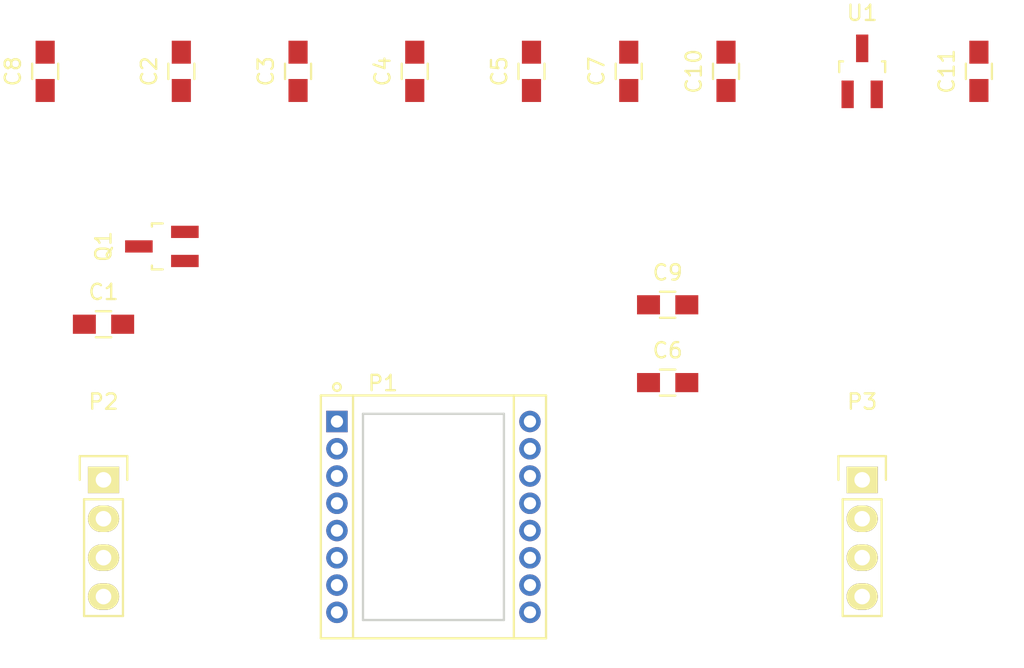
<source format=kicad_pcb>
(kicad_pcb (version 4) (host pcbnew 4.0.3-stable)

  (general
    (links 39)
    (no_connects 39)
    (area 92.175 81.575 159.385 125.545)
    (thickness 1.6)
    (drawings 0)
    (tracks 0)
    (zones 0)
    (modules 16)
    (nets 14)
  )

  (page A4)
  (layers
    (0 F.Cu signal)
    (31 B.Cu signal)
    (32 B.Adhes user)
    (33 F.Adhes user)
    (34 B.Paste user)
    (35 F.Paste user)
    (36 B.SilkS user)
    (37 F.SilkS user)
    (38 B.Mask user)
    (39 F.Mask user)
    (40 Dwgs.User user)
    (41 Cmts.User user)
    (42 Eco1.User user)
    (43 Eco2.User user)
    (44 Edge.Cuts user)
    (45 Margin user)
    (46 B.CrtYd user)
    (47 F.CrtYd user)
    (48 B.Fab user)
    (49 F.Fab user)
  )

  (setup
    (last_trace_width 0.25)
    (trace_clearance 0.2)
    (zone_clearance 0.508)
    (zone_45_only no)
    (trace_min 0.2)
    (segment_width 0.2)
    (edge_width 0.15)
    (via_size 0.6)
    (via_drill 0.4)
    (via_min_size 0.4)
    (via_min_drill 0.3)
    (uvia_size 0.3)
    (uvia_drill 0.1)
    (uvias_allowed no)
    (uvia_min_size 0.2)
    (uvia_min_drill 0.1)
    (pcb_text_width 0.3)
    (pcb_text_size 1.5 1.5)
    (mod_edge_width 0.15)
    (mod_text_size 1 1)
    (mod_text_width 0.15)
    (pad_size 1.524 1.524)
    (pad_drill 0.762)
    (pad_to_mask_clearance 0.2)
    (aux_axis_origin 0 0)
    (visible_elements 7FFFFFFF)
    (pcbplotparams
      (layerselection 0x00030_80000001)
      (usegerberextensions false)
      (excludeedgelayer true)
      (linewidth 0.100000)
      (plotframeref false)
      (viasonmask false)
      (mode 1)
      (useauxorigin false)
      (hpglpennumber 1)
      (hpglpenspeed 20)
      (hpglpendiameter 15)
      (hpglpenoverlay 2)
      (psnegative false)
      (psa4output false)
      (plotreference true)
      (plotvalue true)
      (plotinvisibletext false)
      (padsonsilk false)
      (subtractmaskfromsilk false)
      (outputformat 1)
      (mirror false)
      (drillshape 1)
      (scaleselection 1)
      (outputdirectory ""))
  )

  (net 0 "")
  (net 1 "Net-(C1-Pad1)")
  (net 2 "Net-(C1-Pad2)")
  (net 3 VREG)
  (net 4 AGND)
  (net 5 REFA)
  (net 6 DGND)
  (net 7 VIN)
  (net 8 LSR_NEN)
  (net 9 SS)
  (net 10 MISO)
  (net 11 SCLK)
  (net 12 MOSI)
  (net 13 MOTION)

  (net_class Default "This is the default net class."
    (clearance 0.2)
    (trace_width 0.25)
    (via_dia 0.6)
    (via_drill 0.4)
    (uvia_dia 0.3)
    (uvia_drill 0.1)
    (add_net AGND)
    (add_net DGND)
    (add_net LSR_NEN)
    (add_net MISO)
    (add_net MOSI)
    (add_net MOTION)
    (add_net "Net-(C1-Pad1)")
    (add_net "Net-(C1-Pad2)")
    (add_net REFA)
    (add_net SCLK)
    (add_net SS)
    (add_net VIN)
    (add_net VREG)
  )

  (module Capacitors_SMD:C_0805_HandSoldering (layer F.Cu) (tedit 541A9B8D) (tstamp 57BC5F87)
    (at 99.06 102.87)
    (descr "Capacitor SMD 0805, hand soldering")
    (tags "capacitor 0805")
    (path /57BC32B9)
    (attr smd)
    (fp_text reference C1 (at 0 -2.1) (layer F.SilkS)
      (effects (font (size 1 1) (thickness 0.15)))
    )
    (fp_text value 470pF (at 0 2.1) (layer F.Fab)
      (effects (font (size 1 1) (thickness 0.15)))
    )
    (fp_line (start -2.3 -1) (end 2.3 -1) (layer F.CrtYd) (width 0.05))
    (fp_line (start -2.3 1) (end 2.3 1) (layer F.CrtYd) (width 0.05))
    (fp_line (start -2.3 -1) (end -2.3 1) (layer F.CrtYd) (width 0.05))
    (fp_line (start 2.3 -1) (end 2.3 1) (layer F.CrtYd) (width 0.05))
    (fp_line (start 0.5 -0.85) (end -0.5 -0.85) (layer F.SilkS) (width 0.15))
    (fp_line (start -0.5 0.85) (end 0.5 0.85) (layer F.SilkS) (width 0.15))
    (pad 1 smd rect (at -1.25 0) (size 1.5 1.25) (layers F.Cu F.Paste F.Mask)
      (net 1 "Net-(C1-Pad1)"))
    (pad 2 smd rect (at 1.25 0) (size 1.5 1.25) (layers F.Cu F.Paste F.Mask)
      (net 2 "Net-(C1-Pad2)"))
    (model Capacitors_SMD.3dshapes/C_0805_HandSoldering.wrl
      (at (xyz 0 0 0))
      (scale (xyz 1 1 1))
      (rotate (xyz 0 0 0))
    )
  )

  (module Capacitors_SMD:C_0805_HandSoldering (layer F.Cu) (tedit 541A9B8D) (tstamp 57BC5F8D)
    (at 104.14 86.36 90)
    (descr "Capacitor SMD 0805, hand soldering")
    (tags "capacitor 0805")
    (path /57BC3F7C)
    (attr smd)
    (fp_text reference C2 (at 0 -2.1 90) (layer F.SilkS)
      (effects (font (size 1 1) (thickness 0.15)))
    )
    (fp_text value 0.1uF (at 0 2.1 90) (layer F.Fab)
      (effects (font (size 1 1) (thickness 0.15)))
    )
    (fp_line (start -2.3 -1) (end 2.3 -1) (layer F.CrtYd) (width 0.05))
    (fp_line (start -2.3 1) (end 2.3 1) (layer F.CrtYd) (width 0.05))
    (fp_line (start -2.3 -1) (end -2.3 1) (layer F.CrtYd) (width 0.05))
    (fp_line (start 2.3 -1) (end 2.3 1) (layer F.CrtYd) (width 0.05))
    (fp_line (start 0.5 -0.85) (end -0.5 -0.85) (layer F.SilkS) (width 0.15))
    (fp_line (start -0.5 0.85) (end 0.5 0.85) (layer F.SilkS) (width 0.15))
    (pad 1 smd rect (at -1.25 0 90) (size 1.5 1.25) (layers F.Cu F.Paste F.Mask)
      (net 3 VREG))
    (pad 2 smd rect (at 1.25 0 90) (size 1.5 1.25) (layers F.Cu F.Paste F.Mask)
      (net 4 AGND))
    (model Capacitors_SMD.3dshapes/C_0805_HandSoldering.wrl
      (at (xyz 0 0 0))
      (scale (xyz 1 1 1))
      (rotate (xyz 0 0 0))
    )
  )

  (module Capacitors_SMD:C_0805_HandSoldering (layer F.Cu) (tedit 541A9B8D) (tstamp 57BC5F93)
    (at 111.76 86.36 90)
    (descr "Capacitor SMD 0805, hand soldering")
    (tags "capacitor 0805")
    (path /57BC3FBD)
    (attr smd)
    (fp_text reference C3 (at 0 -2.1 90) (layer F.SilkS)
      (effects (font (size 1 1) (thickness 0.15)))
    )
    (fp_text value 1uF (at 0 2.1 90) (layer F.Fab)
      (effects (font (size 1 1) (thickness 0.15)))
    )
    (fp_line (start -2.3 -1) (end 2.3 -1) (layer F.CrtYd) (width 0.05))
    (fp_line (start -2.3 1) (end 2.3 1) (layer F.CrtYd) (width 0.05))
    (fp_line (start -2.3 -1) (end -2.3 1) (layer F.CrtYd) (width 0.05))
    (fp_line (start 2.3 -1) (end 2.3 1) (layer F.CrtYd) (width 0.05))
    (fp_line (start 0.5 -0.85) (end -0.5 -0.85) (layer F.SilkS) (width 0.15))
    (fp_line (start -0.5 0.85) (end 0.5 0.85) (layer F.SilkS) (width 0.15))
    (pad 1 smd rect (at -1.25 0 90) (size 1.5 1.25) (layers F.Cu F.Paste F.Mask)
      (net 3 VREG))
    (pad 2 smd rect (at 1.25 0 90) (size 1.5 1.25) (layers F.Cu F.Paste F.Mask)
      (net 4 AGND))
    (model Capacitors_SMD.3dshapes/C_0805_HandSoldering.wrl
      (at (xyz 0 0 0))
      (scale (xyz 1 1 1))
      (rotate (xyz 0 0 0))
    )
  )

  (module Capacitors_SMD:C_0805_HandSoldering (layer F.Cu) (tedit 541A9B8D) (tstamp 57BC5F99)
    (at 119.38 86.36 90)
    (descr "Capacitor SMD 0805, hand soldering")
    (tags "capacitor 0805")
    (path /57BC5617)
    (attr smd)
    (fp_text reference C4 (at 0 -2.1 90) (layer F.SilkS)
      (effects (font (size 1 1) (thickness 0.15)))
    )
    (fp_text value 10uF (at 0 2.1 90) (layer F.Fab)
      (effects (font (size 1 1) (thickness 0.15)))
    )
    (fp_line (start -2.3 -1) (end 2.3 -1) (layer F.CrtYd) (width 0.05))
    (fp_line (start -2.3 1) (end 2.3 1) (layer F.CrtYd) (width 0.05))
    (fp_line (start -2.3 -1) (end -2.3 1) (layer F.CrtYd) (width 0.05))
    (fp_line (start 2.3 -1) (end 2.3 1) (layer F.CrtYd) (width 0.05))
    (fp_line (start 0.5 -0.85) (end -0.5 -0.85) (layer F.SilkS) (width 0.15))
    (fp_line (start -0.5 0.85) (end 0.5 0.85) (layer F.SilkS) (width 0.15))
    (pad 1 smd rect (at -1.25 0 90) (size 1.5 1.25) (layers F.Cu F.Paste F.Mask)
      (net 3 VREG))
    (pad 2 smd rect (at 1.25 0 90) (size 1.5 1.25) (layers F.Cu F.Paste F.Mask)
      (net 4 AGND))
    (model Capacitors_SMD.3dshapes/C_0805_HandSoldering.wrl
      (at (xyz 0 0 0))
      (scale (xyz 1 1 1))
      (rotate (xyz 0 0 0))
    )
  )

  (module Capacitors_SMD:C_0805_HandSoldering (layer F.Cu) (tedit 541A9B8D) (tstamp 57BC5F9F)
    (at 127 86.36 90)
    (descr "Capacitor SMD 0805, hand soldering")
    (tags "capacitor 0805")
    (path /57BC4F59)
    (attr smd)
    (fp_text reference C5 (at 0 -2.1 90) (layer F.SilkS)
      (effects (font (size 1 1) (thickness 0.15)))
    )
    (fp_text value 0.1uF (at 0 2.1 90) (layer F.Fab)
      (effects (font (size 1 1) (thickness 0.15)))
    )
    (fp_line (start -2.3 -1) (end 2.3 -1) (layer F.CrtYd) (width 0.05))
    (fp_line (start -2.3 1) (end 2.3 1) (layer F.CrtYd) (width 0.05))
    (fp_line (start -2.3 -1) (end -2.3 1) (layer F.CrtYd) (width 0.05))
    (fp_line (start 2.3 -1) (end 2.3 1) (layer F.CrtYd) (width 0.05))
    (fp_line (start 0.5 -0.85) (end -0.5 -0.85) (layer F.SilkS) (width 0.15))
    (fp_line (start -0.5 0.85) (end 0.5 0.85) (layer F.SilkS) (width 0.15))
    (pad 1 smd rect (at -1.25 0 90) (size 1.5 1.25) (layers F.Cu F.Paste F.Mask)
      (net 3 VREG))
    (pad 2 smd rect (at 1.25 0 90) (size 1.5 1.25) (layers F.Cu F.Paste F.Mask)
      (net 4 AGND))
    (model Capacitors_SMD.3dshapes/C_0805_HandSoldering.wrl
      (at (xyz 0 0 0))
      (scale (xyz 1 1 1))
      (rotate (xyz 0 0 0))
    )
  )

  (module Capacitors_SMD:C_0805_HandSoldering (layer F.Cu) (tedit 541A9B8D) (tstamp 57BC5FA5)
    (at 135.89 106.68)
    (descr "Capacitor SMD 0805, hand soldering")
    (tags "capacitor 0805")
    (path /57BC6261)
    (attr smd)
    (fp_text reference C6 (at 0 -2.1) (layer F.SilkS)
      (effects (font (size 1 1) (thickness 0.15)))
    )
    (fp_text value 0.1uF (at 0 2.1) (layer F.Fab)
      (effects (font (size 1 1) (thickness 0.15)))
    )
    (fp_line (start -2.3 -1) (end 2.3 -1) (layer F.CrtYd) (width 0.05))
    (fp_line (start -2.3 1) (end 2.3 1) (layer F.CrtYd) (width 0.05))
    (fp_line (start -2.3 -1) (end -2.3 1) (layer F.CrtYd) (width 0.05))
    (fp_line (start 2.3 -1) (end 2.3 1) (layer F.CrtYd) (width 0.05))
    (fp_line (start 0.5 -0.85) (end -0.5 -0.85) (layer F.SilkS) (width 0.15))
    (fp_line (start -0.5 0.85) (end 0.5 0.85) (layer F.SilkS) (width 0.15))
    (pad 1 smd rect (at -1.25 0) (size 1.5 1.25) (layers F.Cu F.Paste F.Mask)
      (net 5 REFA))
    (pad 2 smd rect (at 1.25 0) (size 1.5 1.25) (layers F.Cu F.Paste F.Mask)
      (net 6 DGND))
    (model Capacitors_SMD.3dshapes/C_0805_HandSoldering.wrl
      (at (xyz 0 0 0))
      (scale (xyz 1 1 1))
      (rotate (xyz 0 0 0))
    )
  )

  (module Capacitors_SMD:C_0805_HandSoldering (layer F.Cu) (tedit 541A9B8D) (tstamp 57BC5FAB)
    (at 133.35 86.36 90)
    (descr "Capacitor SMD 0805, hand soldering")
    (tags "capacitor 0805")
    (path /57BC545F)
    (attr smd)
    (fp_text reference C7 (at 0 -2.1 90) (layer F.SilkS)
      (effects (font (size 1 1) (thickness 0.15)))
    )
    (fp_text value 0.1uF (at 0 2.1 90) (layer F.Fab)
      (effects (font (size 1 1) (thickness 0.15)))
    )
    (fp_line (start -2.3 -1) (end 2.3 -1) (layer F.CrtYd) (width 0.05))
    (fp_line (start -2.3 1) (end 2.3 1) (layer F.CrtYd) (width 0.05))
    (fp_line (start -2.3 -1) (end -2.3 1) (layer F.CrtYd) (width 0.05))
    (fp_line (start 2.3 -1) (end 2.3 1) (layer F.CrtYd) (width 0.05))
    (fp_line (start 0.5 -0.85) (end -0.5 -0.85) (layer F.SilkS) (width 0.15))
    (fp_line (start -0.5 0.85) (end 0.5 0.85) (layer F.SilkS) (width 0.15))
    (pad 1 smd rect (at -1.25 0 90) (size 1.5 1.25) (layers F.Cu F.Paste F.Mask)
      (net 3 VREG))
    (pad 2 smd rect (at 1.25 0 90) (size 1.5 1.25) (layers F.Cu F.Paste F.Mask)
      (net 4 AGND))
    (model Capacitors_SMD.3dshapes/C_0805_HandSoldering.wrl
      (at (xyz 0 0 0))
      (scale (xyz 1 1 1))
      (rotate (xyz 0 0 0))
    )
  )

  (module Capacitors_SMD:C_0805_HandSoldering (layer F.Cu) (tedit 541A9B8D) (tstamp 57BC5FB1)
    (at 95.25 86.36 90)
    (descr "Capacitor SMD 0805, hand soldering")
    (tags "capacitor 0805")
    (path /57BC4FF1)
    (attr smd)
    (fp_text reference C8 (at 0 -2.1 90) (layer F.SilkS)
      (effects (font (size 1 1) (thickness 0.15)))
    )
    (fp_text value 3.3uF (at 0 2.1 90) (layer F.Fab)
      (effects (font (size 1 1) (thickness 0.15)))
    )
    (fp_line (start -2.3 -1) (end 2.3 -1) (layer F.CrtYd) (width 0.05))
    (fp_line (start -2.3 1) (end 2.3 1) (layer F.CrtYd) (width 0.05))
    (fp_line (start -2.3 -1) (end -2.3 1) (layer F.CrtYd) (width 0.05))
    (fp_line (start 2.3 -1) (end 2.3 1) (layer F.CrtYd) (width 0.05))
    (fp_line (start 0.5 -0.85) (end -0.5 -0.85) (layer F.SilkS) (width 0.15))
    (fp_line (start -0.5 0.85) (end 0.5 0.85) (layer F.SilkS) (width 0.15))
    (pad 1 smd rect (at -1.25 0 90) (size 1.5 1.25) (layers F.Cu F.Paste F.Mask)
      (net 3 VREG))
    (pad 2 smd rect (at 1.25 0 90) (size 1.5 1.25) (layers F.Cu F.Paste F.Mask)
      (net 4 AGND))
    (model Capacitors_SMD.3dshapes/C_0805_HandSoldering.wrl
      (at (xyz 0 0 0))
      (scale (xyz 1 1 1))
      (rotate (xyz 0 0 0))
    )
  )

  (module Capacitors_SMD:C_0805_HandSoldering (layer F.Cu) (tedit 541A9B8D) (tstamp 57BC5FB7)
    (at 135.89 101.6)
    (descr "Capacitor SMD 0805, hand soldering")
    (tags "capacitor 0805")
    (path /57BC61DB)
    (attr smd)
    (fp_text reference C9 (at 0 -2.1) (layer F.SilkS)
      (effects (font (size 1 1) (thickness 0.15)))
    )
    (fp_text value 10uF (at 0 2.1) (layer F.Fab)
      (effects (font (size 1 1) (thickness 0.15)))
    )
    (fp_line (start -2.3 -1) (end 2.3 -1) (layer F.CrtYd) (width 0.05))
    (fp_line (start -2.3 1) (end 2.3 1) (layer F.CrtYd) (width 0.05))
    (fp_line (start -2.3 -1) (end -2.3 1) (layer F.CrtYd) (width 0.05))
    (fp_line (start 2.3 -1) (end 2.3 1) (layer F.CrtYd) (width 0.05))
    (fp_line (start 0.5 -0.85) (end -0.5 -0.85) (layer F.SilkS) (width 0.15))
    (fp_line (start -0.5 0.85) (end 0.5 0.85) (layer F.SilkS) (width 0.15))
    (pad 1 smd rect (at -1.25 0) (size 1.5 1.25) (layers F.Cu F.Paste F.Mask)
      (net 5 REFA))
    (pad 2 smd rect (at 1.25 0) (size 1.5 1.25) (layers F.Cu F.Paste F.Mask)
      (net 6 DGND))
    (model Capacitors_SMD.3dshapes/C_0805_HandSoldering.wrl
      (at (xyz 0 0 0))
      (scale (xyz 1 1 1))
      (rotate (xyz 0 0 0))
    )
  )

  (module Capacitors_SMD:C_0805_HandSoldering (layer F.Cu) (tedit 541A9B8D) (tstamp 57BC5FBD)
    (at 139.7 86.36 90)
    (descr "Capacitor SMD 0805, hand soldering")
    (tags "capacitor 0805")
    (path /57BC747B)
    (attr smd)
    (fp_text reference C10 (at 0 -2.1 90) (layer F.SilkS)
      (effects (font (size 1 1) (thickness 0.15)))
    )
    (fp_text value 1uF (at 0 2.1 90) (layer F.Fab)
      (effects (font (size 1 1) (thickness 0.15)))
    )
    (fp_line (start -2.3 -1) (end 2.3 -1) (layer F.CrtYd) (width 0.05))
    (fp_line (start -2.3 1) (end 2.3 1) (layer F.CrtYd) (width 0.05))
    (fp_line (start -2.3 -1) (end -2.3 1) (layer F.CrtYd) (width 0.05))
    (fp_line (start 2.3 -1) (end 2.3 1) (layer F.CrtYd) (width 0.05))
    (fp_line (start 0.5 -0.85) (end -0.5 -0.85) (layer F.SilkS) (width 0.15))
    (fp_line (start -0.5 0.85) (end 0.5 0.85) (layer F.SilkS) (width 0.15))
    (pad 1 smd rect (at -1.25 0 90) (size 1.5 1.25) (layers F.Cu F.Paste F.Mask)
      (net 3 VREG))
    (pad 2 smd rect (at 1.25 0 90) (size 1.5 1.25) (layers F.Cu F.Paste F.Mask)
      (net 4 AGND))
    (model Capacitors_SMD.3dshapes/C_0805_HandSoldering.wrl
      (at (xyz 0 0 0))
      (scale (xyz 1 1 1))
      (rotate (xyz 0 0 0))
    )
  )

  (module Capacitors_SMD:C_0805_HandSoldering (layer F.Cu) (tedit 541A9B8D) (tstamp 57BC5FC3)
    (at 156.21 86.36 90)
    (descr "Capacitor SMD 0805, hand soldering")
    (tags "capacitor 0805")
    (path /57BC73C0)
    (attr smd)
    (fp_text reference C11 (at 0 -2.1 90) (layer F.SilkS)
      (effects (font (size 1 1) (thickness 0.15)))
    )
    (fp_text value 1uF (at 0 2.1 90) (layer F.Fab)
      (effects (font (size 1 1) (thickness 0.15)))
    )
    (fp_line (start -2.3 -1) (end 2.3 -1) (layer F.CrtYd) (width 0.05))
    (fp_line (start -2.3 1) (end 2.3 1) (layer F.CrtYd) (width 0.05))
    (fp_line (start -2.3 -1) (end -2.3 1) (layer F.CrtYd) (width 0.05))
    (fp_line (start 2.3 -1) (end 2.3 1) (layer F.CrtYd) (width 0.05))
    (fp_line (start 0.5 -0.85) (end -0.5 -0.85) (layer F.SilkS) (width 0.15))
    (fp_line (start -0.5 0.85) (end 0.5 0.85) (layer F.SilkS) (width 0.15))
    (pad 1 smd rect (at -1.25 0 90) (size 1.5 1.25) (layers F.Cu F.Paste F.Mask)
      (net 7 VIN))
    (pad 2 smd rect (at 1.25 0 90) (size 1.5 1.25) (layers F.Cu F.Paste F.Mask)
      (net 4 AGND))
    (model Capacitors_SMD.3dshapes/C_0805_HandSoldering.wrl
      (at (xyz 0 0 0))
      (scale (xyz 1 1 1))
      (rotate (xyz 0 0 0))
    )
  )

  (module Opto-Devices:Mousesensor_ADNS-9800 (layer F.Cu) (tedit 57BAFC79) (tstamp 57BC5FD7)
    (at 114.3 109.22)
    (descr "Laser Gaming Sensor ADNS-9800")
    (tags "MOUSE MOUSE_SENSOR LASER_GAMING_SENSOR")
    (path /57BC2F5A)
    (fp_text reference P1 (at 3 -2.5 180) (layer F.SilkS)
      (effects (font (size 1 1) (thickness 0.15)))
    )
    (fp_text value DIL16 (at 6.5 15.25) (layer F.Fab)
      (effects (font (size 1 1) (thickness 0.15)))
    )
    (fp_line (start -1.05 14.15) (end -1.05 -1.7) (layer F.SilkS) (width 0.15))
    (fp_line (start 13.65 14.15) (end -1.05 14.15) (layer F.SilkS) (width 0.15))
    (fp_line (start 13.65 -1.7) (end 13.65 14.15) (layer F.SilkS) (width 0.15))
    (fp_line (start -1.05 -1.7) (end 13.65 -1.7) (layer F.SilkS) (width 0.15))
    (fp_circle (center 0 -2.25) (end 0 -2) (layer F.SilkS) (width 0.15))
    (fp_line (start 11.55 -1.7) (end 11.55 14.15) (layer F.SilkS) (width 0.15))
    (fp_line (start 1.05 -1.7) (end 1.05 14.15) (layer F.SilkS) (width 0.15))
    (fp_line (start -1.3 14.4) (end -1.3 -1.95) (layer F.CrtYd) (width 0.05))
    (fp_line (start -1.3 -1.95) (end 13.9 -1.95) (layer F.CrtYd) (width 0.05))
    (fp_line (start 13.9 -1.95) (end 13.9 14.4) (layer F.CrtYd) (width 0.05))
    (fp_line (start 13.9 14.4) (end -1.3 14.4) (layer F.CrtYd) (width 0.05))
    (fp_text user "Optical Center" (at 6.25 6.25 180) (layer Cmts.User)
      (effects (font (size 0.5 0.5) (thickness 0.1)))
    )
    (fp_line (start 13.5 14.03) (end -0.9 14.03) (layer F.Fab) (width 0.15))
    (fp_line (start 13.5 -1.57) (end 13.5 14.03) (layer F.Fab) (width 0.15))
    (fp_line (start -0.9 -1.57) (end 13.5 -1.57) (layer F.Fab) (width 0.15))
    (fp_line (start -0.9 14.03) (end -0.9 -1.57) (layer F.Fab) (width 0.15))
    (fp_circle (center 6.3 5.02) (end 6 5) (layer Dwgs.User) (width 0.15))
    (fp_line (start 10.9 12.96) (end 1.7 12.96) (layer Edge.Cuts) (width 0.15))
    (fp_line (start 10.9 -0.5) (end 10.9 12.96) (layer Edge.Cuts) (width 0.15))
    (fp_line (start 1.7 -0.5) (end 10.9 -0.5) (layer Edge.Cuts) (width 0.15))
    (fp_line (start 1.7 12.96) (end 1.7 -0.5) (layer Edge.Cuts) (width 0.15))
    (pad 1 thru_hole rect (at 0 0) (size 1.4 1.4) (drill 0.8) (layers *.Cu *.Mask)
      (net 2 "Net-(C1-Pad2)"))
    (pad 2 thru_hole circle (at 0 1.78) (size 1.4 1.4) (drill 0.8) (layers *.Cu *.Mask)
      (net 8 LSR_NEN))
    (pad 3 thru_hole circle (at 0 3.56) (size 1.4 1.4) (drill 0.8) (layers *.Cu *.Mask)
      (net 9 SS))
    (pad 4 thru_hole circle (at 0 5.34) (size 1.4 1.4) (drill 0.8) (layers *.Cu *.Mask)
      (net 10 MISO))
    (pad 5 thru_hole circle (at 0 7.12) (size 1.4 1.4) (drill 0.8) (layers *.Cu *.Mask)
      (net 11 SCLK))
    (pad 6 thru_hole circle (at 0 8.9) (size 1.4 1.4) (drill 0.8) (layers *.Cu *.Mask)
      (net 12 MOSI))
    (pad 7 thru_hole circle (at 0 10.68) (size 1.4 1.4) (drill 0.8) (layers *.Cu *.Mask)
      (net 13 MOTION))
    (pad 8 thru_hole circle (at 0 12.46) (size 1.4 1.4) (drill 0.8) (layers *.Cu *.Mask)
      (net 1 "Net-(C1-Pad1)"))
    (pad 9 thru_hole circle (at 12.6 12.46) (size 1.4 1.4) (drill 0.8) (layers *.Cu *.Mask)
      (net 3 VREG))
    (pad 10 thru_hole circle (at 12.6 10.68) (size 1.4 1.4) (drill 0.8) (layers *.Cu *.Mask)
      (net 3 VREG))
    (pad 11 thru_hole circle (at 12.6 8.9) (size 1.4 1.4) (drill 0.8) (layers *.Cu *.Mask)
      (net 4 AGND))
    (pad 12 thru_hole circle (at 12.6 7.12) (size 1.4 1.4) (drill 0.8) (layers *.Cu *.Mask)
      (net 3 VREG))
    (pad 13 thru_hole circle (at 12.6 5.34) (size 1.4 1.4) (drill 0.8) (layers *.Cu *.Mask)
      (net 5 REFA))
    (pad 14 thru_hole circle (at 12.6 3.56) (size 1.4 1.4) (drill 0.8) (layers *.Cu *.Mask)
      (net 6 DGND))
    (pad 15 thru_hole circle (at 12.6 1.78) (size 1.4 1.4) (drill 0.8) (layers *.Cu *.Mask)
      (net 3 VREG))
    (pad 16 thru_hole circle (at 12.6 0) (size 1.4 1.4) (drill 0.8) (layers *.Cu *.Mask)
      (net 1 "Net-(C1-Pad1)"))
  )

  (module Pin_Headers:Pin_Header_Straight_1x04 (layer F.Cu) (tedit 0) (tstamp 57BC5FDF)
    (at 99.06 113.03)
    (descr "Through hole pin header")
    (tags "pin header")
    (path /57BC2D90)
    (fp_text reference P2 (at 0 -5.1) (layer F.SilkS)
      (effects (font (size 1 1) (thickness 0.15)))
    )
    (fp_text value CONN_4_L (at 0 -3.1) (layer F.Fab)
      (effects (font (size 1 1) (thickness 0.15)))
    )
    (fp_line (start -1.75 -1.75) (end -1.75 9.4) (layer F.CrtYd) (width 0.05))
    (fp_line (start 1.75 -1.75) (end 1.75 9.4) (layer F.CrtYd) (width 0.05))
    (fp_line (start -1.75 -1.75) (end 1.75 -1.75) (layer F.CrtYd) (width 0.05))
    (fp_line (start -1.75 9.4) (end 1.75 9.4) (layer F.CrtYd) (width 0.05))
    (fp_line (start -1.27 1.27) (end -1.27 8.89) (layer F.SilkS) (width 0.15))
    (fp_line (start 1.27 1.27) (end 1.27 8.89) (layer F.SilkS) (width 0.15))
    (fp_line (start 1.55 -1.55) (end 1.55 0) (layer F.SilkS) (width 0.15))
    (fp_line (start -1.27 8.89) (end 1.27 8.89) (layer F.SilkS) (width 0.15))
    (fp_line (start 1.27 1.27) (end -1.27 1.27) (layer F.SilkS) (width 0.15))
    (fp_line (start -1.55 0) (end -1.55 -1.55) (layer F.SilkS) (width 0.15))
    (fp_line (start -1.55 -1.55) (end 1.55 -1.55) (layer F.SilkS) (width 0.15))
    (pad 1 thru_hole rect (at 0 0) (size 2.032 1.7272) (drill 1.016) (layers *.Cu *.Mask F.SilkS)
      (net 9 SS))
    (pad 2 thru_hole oval (at 0 2.54) (size 2.032 1.7272) (drill 1.016) (layers *.Cu *.Mask F.SilkS)
      (net 10 MISO))
    (pad 3 thru_hole oval (at 0 5.08) (size 2.032 1.7272) (drill 1.016) (layers *.Cu *.Mask F.SilkS)
      (net 11 SCLK))
    (pad 4 thru_hole oval (at 0 7.62) (size 2.032 1.7272) (drill 1.016) (layers *.Cu *.Mask F.SilkS)
      (net 12 MOSI))
    (model Pin_Headers.3dshapes/Pin_Header_Straight_1x04.wrl
      (at (xyz 0 -0.15 0))
      (scale (xyz 1 1 1))
      (rotate (xyz 0 0 90))
    )
  )

  (module Pin_Headers:Pin_Header_Straight_1x04 (layer F.Cu) (tedit 0) (tstamp 57BC5FE7)
    (at 148.59 113.03)
    (descr "Through hole pin header")
    (tags "pin header")
    (path /57BC2E51)
    (fp_text reference P3 (at 0 -5.1) (layer F.SilkS)
      (effects (font (size 1 1) (thickness 0.15)))
    )
    (fp_text value CONN_4_R (at 0 -3.1) (layer F.Fab)
      (effects (font (size 1 1) (thickness 0.15)))
    )
    (fp_line (start -1.75 -1.75) (end -1.75 9.4) (layer F.CrtYd) (width 0.05))
    (fp_line (start 1.75 -1.75) (end 1.75 9.4) (layer F.CrtYd) (width 0.05))
    (fp_line (start -1.75 -1.75) (end 1.75 -1.75) (layer F.CrtYd) (width 0.05))
    (fp_line (start -1.75 9.4) (end 1.75 9.4) (layer F.CrtYd) (width 0.05))
    (fp_line (start -1.27 1.27) (end -1.27 8.89) (layer F.SilkS) (width 0.15))
    (fp_line (start 1.27 1.27) (end 1.27 8.89) (layer F.SilkS) (width 0.15))
    (fp_line (start 1.55 -1.55) (end 1.55 0) (layer F.SilkS) (width 0.15))
    (fp_line (start -1.27 8.89) (end 1.27 8.89) (layer F.SilkS) (width 0.15))
    (fp_line (start 1.27 1.27) (end -1.27 1.27) (layer F.SilkS) (width 0.15))
    (fp_line (start -1.55 0) (end -1.55 -1.55) (layer F.SilkS) (width 0.15))
    (fp_line (start -1.55 -1.55) (end 1.55 -1.55) (layer F.SilkS) (width 0.15))
    (pad 1 thru_hole rect (at 0 0) (size 2.032 1.7272) (drill 1.016) (layers *.Cu *.Mask F.SilkS)
      (net 6 DGND))
    (pad 2 thru_hole oval (at 0 2.54) (size 2.032 1.7272) (drill 1.016) (layers *.Cu *.Mask F.SilkS)
      (net 4 AGND))
    (pad 3 thru_hole oval (at 0 5.08) (size 2.032 1.7272) (drill 1.016) (layers *.Cu *.Mask F.SilkS)
      (net 7 VIN))
    (pad 4 thru_hole oval (at 0 7.62) (size 2.032 1.7272) (drill 1.016) (layers *.Cu *.Mask F.SilkS)
      (net 13 MOTION))
    (model Pin_Headers.3dshapes/Pin_Header_Straight_1x04.wrl
      (at (xyz 0 -0.15 0))
      (scale (xyz 1 1 1))
      (rotate (xyz 0 0 90))
    )
  )

  (module TO_SOT_Packages_SMD:SOT-23_Handsoldering (layer F.Cu) (tedit 54E9291B) (tstamp 57BC5FEE)
    (at 102.87 97.79 90)
    (descr "SOT-23, Handsoldering")
    (tags SOT-23)
    (path /57BC3877)
    (attr smd)
    (fp_text reference Q1 (at 0 -3.81 90) (layer F.SilkS)
      (effects (font (size 1 1) (thickness 0.15)))
    )
    (fp_text value Q_PMOS_GSD (at 0 3.81 90) (layer F.Fab)
      (effects (font (size 1 1) (thickness 0.15)))
    )
    (fp_line (start -1.49982 0.0508) (end -1.49982 -0.65024) (layer F.SilkS) (width 0.15))
    (fp_line (start -1.49982 -0.65024) (end -1.2509 -0.65024) (layer F.SilkS) (width 0.15))
    (fp_line (start 1.29916 -0.65024) (end 1.49982 -0.65024) (layer F.SilkS) (width 0.15))
    (fp_line (start 1.49982 -0.65024) (end 1.49982 0.0508) (layer F.SilkS) (width 0.15))
    (pad 1 smd rect (at -0.95 1.50114 90) (size 0.8001 1.80086) (layers F.Cu F.Paste F.Mask)
      (net 8 LSR_NEN))
    (pad 2 smd rect (at 0.95 1.50114 90) (size 0.8001 1.80086) (layers F.Cu F.Paste F.Mask)
      (net 3 VREG))
    (pad 3 smd rect (at 0 -1.50114 90) (size 0.8001 1.80086) (layers F.Cu F.Paste F.Mask)
      (net 2 "Net-(C1-Pad2)"))
    (model TO_SOT_Packages_SMD.3dshapes/SOT-23_Handsoldering.wrl
      (at (xyz 0 0 0))
      (scale (xyz 1 1 1))
      (rotate (xyz 0 0 0))
    )
  )

  (module TO_SOT_Packages_SMD:SOT-23_Handsoldering (layer F.Cu) (tedit 54E9291B) (tstamp 57BC5FF5)
    (at 148.59 86.36)
    (descr "SOT-23, Handsoldering")
    (tags SOT-23)
    (path /57BC6E0F)
    (attr smd)
    (fp_text reference U1 (at 0 -3.81) (layer F.SilkS)
      (effects (font (size 1 1) (thickness 0.15)))
    )
    (fp_text value MCP1700T (at 0 3.81) (layer F.Fab)
      (effects (font (size 1 1) (thickness 0.15)))
    )
    (fp_line (start -1.49982 0.0508) (end -1.49982 -0.65024) (layer F.SilkS) (width 0.15))
    (fp_line (start -1.49982 -0.65024) (end -1.2509 -0.65024) (layer F.SilkS) (width 0.15))
    (fp_line (start 1.29916 -0.65024) (end 1.49982 -0.65024) (layer F.SilkS) (width 0.15))
    (fp_line (start 1.49982 -0.65024) (end 1.49982 0.0508) (layer F.SilkS) (width 0.15))
    (pad 1 smd rect (at -0.95 1.50114) (size 0.8001 1.80086) (layers F.Cu F.Paste F.Mask)
      (net 3 VREG))
    (pad 2 smd rect (at 0.95 1.50114) (size 0.8001 1.80086) (layers F.Cu F.Paste F.Mask)
      (net 7 VIN))
    (pad 3 smd rect (at 0 -1.50114) (size 0.8001 1.80086) (layers F.Cu F.Paste F.Mask)
      (net 4 AGND))
    (model TO_SOT_Packages_SMD.3dshapes/SOT-23_Handsoldering.wrl
      (at (xyz 0 0 0))
      (scale (xyz 1 1 1))
      (rotate (xyz 0 0 0))
    )
  )

)

</source>
